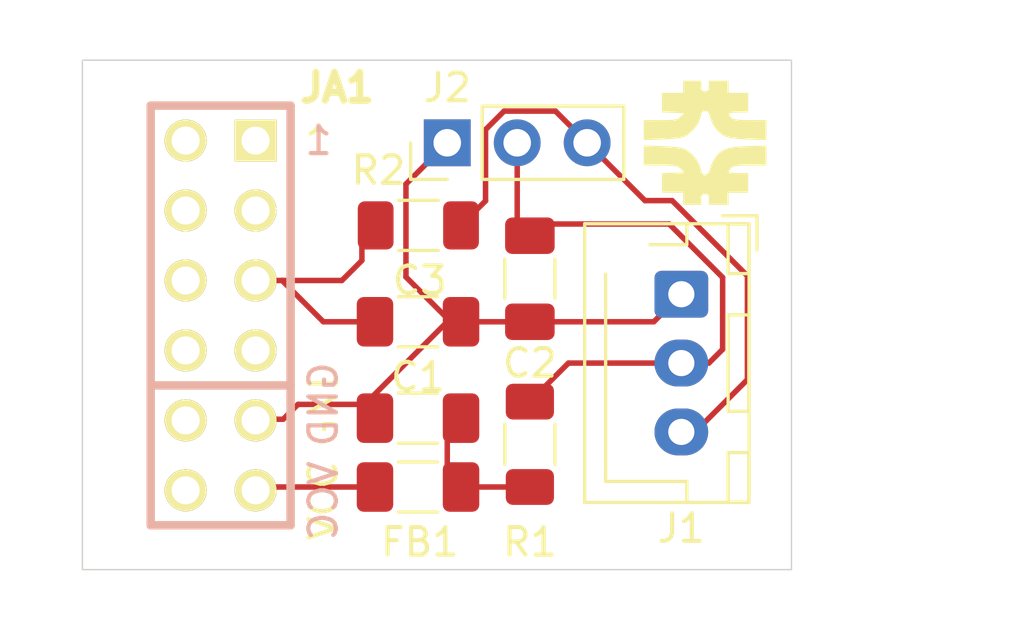
<source format=kicad_pcb>
(kicad_pcb (version 20240108) (generator "pcbnew") (generator_version "8.0")
  (layers (0 "F.Cu" signal) (31 "B.Cu" signal) (34 "B.Paste" user) (35 "F.Paste" user) (36 "B.SilkS" user "B.Silkscreen") (37 "F.SilkS" user "F.Silkscreen") (38 "B.Mask" user) (39 "F.Mask" user) (44 "Edge.Cuts" user))
  (net 0 "")
  (net 1 "Net-(C1-Pad2)")
  (net 2 "GND")
  (net 3 "Net-(J1-Pin_3)")
  (net 4 "Net-(JA1-Pin_3)")
  (net 5 "Net-(JA1-Pin_6)")
  (net 6 "Net-(J1-Pin_2)")
  (footprint "Connector_PinHeader_2.54mm:PinHeader_1x03_P2.54mm_Vertical" (layer "F.Cu") (at 100 90 90)
    (property "Reference" "J2" (at 2 0 0) (layer "F.SilkS"))
    (property "Value" "Socket for potentiometer leads")
    (fp_line (start -1.33 -1.33) (end 0 -1.33) (stroke (width 0.12)) (layer "F.SilkS"))
    (fp_line (start -1.33 0) (end -1.33 -1.33) (stroke (width 0.12)) (layer "F.SilkS"))
    (fp_line (start 1.33 1.27) (end 1.33 6.41) (stroke (width 0.12)) (layer "F.SilkS"))
    (fp_line (start -1.33 1.27) (end 1.33 1.27) (stroke (width 0.12)) (layer "F.SilkS"))
    (fp_line (start -1.33 1.27) (end -1.33 6.41) (stroke (width 0.12)) (layer "F.SilkS"))
    (fp_line (start -1.33 6.41) (end 1.33 6.41) (stroke (width 0.12)) (layer "F.SilkS"))
    (pad "1" thru_hole rect (at 0 0 90) (size 1.7 1.7) (drill 1) (layers "*.Cu" "*.Mask") (net 2 "GND"))
    (pad "2" thru_hole oval (at 0 2.54 90) (size 1.7 1.7) (drill 1) (layers "*.Cu" "*.Mask") (net 6 "Net-(J1-Pin_2)"))
    (pad "3" thru_hole oval (at 0 5.08 90) (size 1.7 1.7) (drill 1) (layers "*.Cu" "*.Mask") (net 3 "Net-(J1-Pin_3)"))
  )
  (footprint "Capacitor_SMD:C_1206_3216Metric_Pad1.33x1.80mm_HandSolder" (layer "F.Cu") (at 98.9375 96.5)
    (property "Reference" "C3" (at 0.0625 -1.5 0) (layer "F.SilkS"))
    (property "Value" "1 uf")
    (fp_line (start -0.711252 -0.91) (end 0.711252 -0.91) (stroke (width 0.12)) (layer "F.SilkS"))
    (fp_line (start -0.711252 0.91) (end 0.711252 0.91) (stroke (width 0.12)) (layer "F.SilkS"))
    (pad "1" smd roundrect (at -1.5625 0) (size 1.325 1.8) (layers "F.Cu" "F.Paste" "F.Mask") (roundrect_rratio 0.188679) (net 4 "Net-(JA1-Pin_3)"))
    (pad "2" smd roundrect (at 1.5625 0) (size 1.325 1.8) (layers "F.Cu" "F.Paste" "F.Mask") (roundrect_rratio 0.188679) (net 2 "GND"))
  )
  (footprint "LOGO" (layer "F.Cu") (at 109.5 90)
    (property "Reference" "G***" (hide yes))
    (property "Value" "LOGO" (hide yes))
    (fp_poly (pts (xy -0.274891 -2.061689) (xy -0.264622 -1.93156) (xy -0.218411 -1.878288) (xy -0.137445 -1.869264) (xy -0.044496 -1.883641) (xy -0.006445 -1.948337) (xy 0 -2.061689) (xy 0 -2.254113) (xy 0.35736 -2.254113) (xy 0.714719 -2.254113) (xy 0.714719 -2.034199) (xy 0.714719 -1.814286) (xy 1.072078 -1.814286) (xy 1.429438 -1.814286) (xy 1.429438 -1.456927) (xy 1.429438 -1.099567) (xy 1.072078 -1.099567) (xy 0.859857 -1.092821) (xy 0.74799 -1.068277) (xy 0.727461 -1.019478) (xy 0.789253 -0.93997) (xy 0.81526 -0.915664) (xy 0.885103 -0.87292) (xy 0.99545 -0.845421) (xy 1.167614 -0.830346) (xy 1.422908 -0.824874) (xy 1.50249 -0.824676) (xy 2.089178 -0.824676) (xy 2.089178 -0.460679) (xy 2.089178 -0.096683) (xy 1.415693 -0.12051) (xy 1.067845 -0.138716) (xy 0.807497 -0.169925) (xy 0.612342 -0.221372) (xy 0.460076 -0.300294) (xy 0.328392 -0.413926) (xy 0.253566 -0.497508) (xy 0.146376 -0.66494) (xy 0.061493 -0.865118) (xy 0.048066 -0.91182) (xy -0.001607 -1.066709) (xy -0.060778 -1.138698) (xy -0.136945 -1.154546) (xy -0.221918 -1.134617) (xy -0.27027 -1.055673) (xy -0.295774 -0.936067) (xy -0.377334 -0.711328) (xy -0.535174 -0.487298) (xy -0.741315 -0.299622) (xy -0.846581 -0.234295) (xy -0.978421 -0.187808) (xy -1.181363 -0.153831) (xy -1.470263 -0.130364) (xy -1.690584 -0.12051) (xy -2.364069 -0.096683) (xy -2.364069 -0.460679) (xy -2.364069 -0.824676) (xy -1.759307 -0.824676) (xy -1.489898 -0.826501) (xy -1.306981 -0.834631) (xy -1.187117 -0.853045) (xy -1.106864 -0.885725) (xy -1.042785 -0.93665) (xy -1.030844 -0.948377) (xy -0.907142 -1.072078) (xy -1.305735 -1.088231) (xy -1.704329 -1.104384) (xy -1.704329 -1.459335) (xy -1.704329 -1.814286) (xy -1.31948 -1.814286) (xy -0.934632 -1.814286) (xy -0.934632 -2.034199) (xy -0.934632 -2.254113) (xy -0.604761 -2.254113) (xy -0.274891 -2.254113)) (fill solid) (layer "F.SilkS"))
    (fp_poly (pts (xy 2.089178 0.460679) (xy 2.089178 0.824675) (xy 1.492937 0.824675) (xy 1.22062 0.827229) (xy 1.03625 0.837028) (xy 0.917892 0.857284) (xy 0.843608 0.891204) (xy 0.805708 0.925216) (xy 0.735743 1.015903) (xy 0.714719 1.062662) (xy 0.764873 1.081458) (xy 0.896096 1.09475) (xy 1.072078 1.099567) (xy 1.429438 1.099567) (xy 1.429438 1.456926) (xy 1.429438 1.814285) (xy 1.072078 1.814285) (xy 0.714719 1.814285) (xy 0.714719 2.034199) (xy 0.714719 2.254112) (xy 0.35736 2.254112) (xy 0 2.254112) (xy 0 2.061688) (xy -0.010269 1.931559) (xy -0.05648 1.878287) (xy -0.137445 1.869264) (xy -0.230394 1.88364) (xy -0.268446 1.948336) (xy -0.274891 2.061688) (xy -0.274891 2.254112) (xy -0.604761 2.254112) (xy -0.934632 2.254112) (xy -0.934632 2.034199) (xy -0.934632 1.814285) (xy -1.31948 1.814285) (xy -1.704329 1.814285) (xy -1.704329 1.459335) (xy -1.704329 1.104384) (xy -1.305735 1.088231) (xy -0.907142 1.072078) (xy -1.030844 0.948376) (xy -1.094501 0.893643) (xy -1.169999 0.857892) (xy -1.280777 0.83714) (xy -1.450275 0.82741) (xy -1.701933 0.824719) (xy -1.759307 0.824675) (xy -2.364069 0.824675) (xy -2.364069 0.460679) (xy -2.364069 0.096683) (xy -1.690584 0.12051) (xy -1.343094 0.138643) (xy -1.090461 0.166086) (xy -0.917826 0.20484) (xy -0.846581 0.234295) (xy -0.627435 0.392679) (xy -0.443484 0.604117) (xy -0.322707 0.832962) (xy -0.295774 0.936066) (xy -0.261411 1.080291) (xy -0.206569 1.143297) (xy -0.136945 1.154545) (xy -0.052622 1.133638) (xy 0.00437 1.053226) (xy 0.048066 0.91182) (xy 0.121342 0.715412) (xy 0.22646 0.532524) (xy 0.253566 0.497507) (xy 0.383509 0.360717) (xy 0.521249 0.262785) (xy 0.689091 0.196474) (xy 0.909342 0.15455) (xy 1.204307 0.129776) (xy 1.415693 0.12051) (xy 2.089178 0.096683)) (fill solid) (layer "F.SilkS"))
  )
  (footprint "pmod-conn_6x2:pmod_pin_array_6x2" (layer "F.Cu") (at 91.77 96.27)
    (property "Reference" "JA1" (at 4.23 -8.27 0) (layer "F.SilkS") (effects (font (size 1.016 1.016) (thickness 0.254))))
    (property "Value" "PMOD pins to Zybo JA" (hide yes))
    (fp_line (start -2.54 -7.62) (end -2.54 7.62) (stroke (width 0.3048)) (layer "B.SilkS"))
    (fp_line (start -2.54 7.62) (end 2.54 7.62) (stroke (width 0.3048)) (layer "B.SilkS"))
    (fp_line (start 2.54 -7.62) (end -2.54 -7.62) (stroke (width 0.3048)) (layer "B.SilkS"))
    (fp_line (start 2.54 2.54) (end -2.54 2.54) (stroke (width 0.3048)) (layer "B.SilkS"))
    (fp_line (start 2.54 7.62) (end 2.54 -7.62) (stroke (width 0.3048)) (layer "B.SilkS"))
    (fp_line (start -2.54 -7.62) (end -2.54 7.62) (stroke (width 0.3048)) (layer "F.SilkS"))
    (fp_line (start -2.54 7.62) (end 2.54 7.62) (stroke (width 0.3048)) (layer "F.SilkS"))
    (fp_line (start 2.54 -7.62) (end -2.54 -7.62) (stroke (width 0.3048)) (layer "F.SilkS"))
    (fp_line (start 2.54 2.54) (end -2.54 2.54) (stroke (width 0.3048)) (layer "F.SilkS"))
    (fp_line (start 2.54 7.62) (end 2.54 -7.62) (stroke (width 0.3048)) (layer "F.SilkS"))
    (fp_text user "GND" (at 3.73 3.23 -90) (layer "B.SilkS") (effects (justify mirror)))
    (fp_text user "VCC" (at 3.73 6.73 -90) (layer "B.SilkS") (effects (justify mirror)))
    (fp_text user "1" (at 3.556 -6.35 0) (layer "B.SilkS") (effects (justify mirror)))
    (fp_text user "GND" (at 3.73 3.23 -90) (layer "F.SilkS"))
    (fp_text user "VCC" (at 3.73 6.73 -90) (layer "F.SilkS"))
    (fp_text user "1" (at 3.556 -6.35 0) (layer "F.SilkS"))
    (pad "1" thru_hole rect (at 1.27 -6.35) (size 1.524 1.524) (drill 1.016) (layers "*.Cu" "*.Mask" "F.SilkS"))
    (pad "2" thru_hole circle (at 1.27 -3.81 270) (size 1.524 1.524) (drill 1.016) (layers "*.Cu" "*.Mask" "F.SilkS"))
    (pad "3" thru_hole circle (at 1.27 -1.27 270) (size 1.524 1.524) (drill 1.016) (layers "*.Cu" "*.Mask" "F.SilkS") (net 4 "Net-(JA1-Pin_3)"))
    (pad "4" thru_hole circle (at 1.27 1.27 270) (size 1.524 1.524) (drill 1.016) (layers "*.Cu" "*.Mask" "F.SilkS"))
    (pad "5" thru_hole circle (at 1.27 3.81 270) (size 1.524 1.524) (drill 1.016) (layers "*.Cu" "*.Mask" "F.SilkS") (net 2 "GND"))
    (pad "6" thru_hole circle (at 1.27 6.35 270) (size 1.524 1.524) (drill 1.016) (layers "*.Cu" "*.Mask" "F.SilkS") (net 5 "Net-(JA1-Pin_6)"))
    (pad "7" thru_hole circle (at -1.27 -6.35 270) (size 1.524 1.524) (drill 1.016) (layers "*.Cu" "*.Mask" "F.SilkS"))
    (pad "8" thru_hole circle (at -1.27 -3.81 270) (size 1.524 1.524) (drill 1.016) (layers "*.Cu" "*.Mask" "F.SilkS"))
    (pad "9" thru_hole circle (at -1.27 -1.27 270) (size 1.524 1.524) (drill 1.016) (layers "*.Cu" "*.Mask" "F.SilkS"))
    (pad "10" thru_hole circle (at -1.27 1.27 270) (size 1.524 1.524) (drill 1.016) (layers "*.Cu" "*.Mask" "F.SilkS"))
    (pad "11" thru_hole circle (at -1.27 3.81 270) (size 1.524 1.524) (drill 1.016) (layers "*.Cu" "*.Mask" "F.SilkS"))
    (pad "12" thru_hole circle (at -1.27 6.35 270) (size 1.524 1.524) (drill 1.016) (layers "*.Cu" "*.Mask" "F.SilkS"))
  )
  (footprint "Capacitor_SMD:C_1206_3216Metric_Pad1.33x1.80mm_HandSolder" (layer "F.Cu") (at 103 94.9375 90)
    (property "Reference" "C2" (at -3.0625 0 0) (layer "F.SilkS"))
    (property "Value" "4.7 uf" (hide yes))
    (fp_line (start -0.711252 -0.91) (end 0.711252 -0.91) (stroke (width 0.12)) (layer "F.SilkS"))
    (fp_line (start -0.711252 0.91) (end 0.711252 0.91) (stroke (width 0.12)) (layer "F.SilkS"))
    (pad "1" smd roundrect (at -1.5625 0 90) (size 1.325 1.8) (layers "F.Cu" "F.Paste" "F.Mask") (roundrect_rratio 0.188679) (net 2 "GND"))
    (pad "2" smd roundrect (at 1.5625 0 90) (size 1.325 1.8) (layers "F.Cu" "F.Paste" "F.Mask") (roundrect_rratio 0.188679) (net 6 "Net-(J1-Pin_2)"))
  )
  (footprint "Resistor_SMD:R_1206_3216Metric_Pad1.30x1.75mm_HandSolder" (layer "F.Cu") (at 98.95 93 180)
    (property "Reference" "R2" (at 1.45 2 0) (layer "F.SilkS"))
    (property "Value" "100R")
    (fp_line (start -0.727064 0.91) (end 0.727064 0.91) (stroke (width 0.12)) (layer "F.SilkS"))
    (fp_line (start -0.727064 -0.91) (end 0.727064 -0.91) (stroke (width 0.12)) (layer "F.SilkS"))
    (pad "1" smd roundrect (at -1.55 0 180) (size 1.3 1.75) (layers "F.Cu" "F.Paste" "F.Mask") (roundrect_rratio 0.192308) (net 3 "Net-(J1-Pin_3)"))
    (pad "2" smd roundrect (at 1.55 0 180) (size 1.3 1.75) (layers "F.Cu" "F.Paste" "F.Mask") (roundrect_rratio 0.192308) (net 4 "Net-(JA1-Pin_3)"))
  )
  (footprint "Connector_JST:JST_XH_B3B-XH-AM_1x03_P2.50mm_Vertical" (layer "F.Cu") (at 108.5 95.5 -90)
    (property "Reference" "J1" (at 8.5 0 0) (layer "F.SilkS"))
    (property "Value" "Socket for JST XH")
    (fp_line (start -2.56 3.51) (end 7.56 3.51) (stroke (width 0.12)) (layer "F.SilkS"))
    (fp_line (start 7.56 3.51) (end 7.56 -2.46) (stroke (width 0.12)) (layer "F.SilkS"))
    (fp_line (start 2.5 2.75) (end -0.74 2.75) (stroke (width 0.12)) (layer "F.SilkS"))
    (fp_line (start 6.8 2.75) (end 2.5 2.75) (stroke (width 0.12)) (layer "F.SilkS"))
    (fp_line (start -2.55 -0.2) (end -1.8 -0.2) (stroke (width 0.12)) (layer "F.SilkS"))
    (fp_line (start -1.8 -0.2) (end -1.8 1.14) (stroke (width 0.12)) (layer "F.SilkS"))
    (fp_line (start 6.8 -0.2) (end 6.8 2.75) (stroke (width 0.12)) (layer "F.SilkS"))
    (fp_line (start 7.55 -0.2) (end 6.8 -0.2) (stroke (width 0.12)) (layer "F.SilkS"))
    (fp_line (start -2.55 -1.7) (end -0.75 -1.7) (stroke (width 0.12)) (layer "F.SilkS"))
    (fp_line (start -0.75 -1.7) (end -0.75 -2.45) (stroke (width 0.12)) (layer "F.SilkS"))
    (fp_line (start 0.75 -1.7) (end 4.25 -1.7) (stroke (width 0.12)) (layer "F.SilkS"))
    (fp_line (start 4.25 -1.7) (end 4.25 -2.45) (stroke (width 0.12)) (layer "F.SilkS"))
    (fp_line (start 5.75 -1.7) (end 7.55 -1.7) (stroke (width 0.12)) (layer "F.SilkS"))
    (fp_line (start 7.55 -1.7) (end 7.55 -2.45) (stroke (width 0.12)) (layer "F.SilkS"))
    (fp_line (start -2.55 -2.45) (end -2.55 -1.7) (stroke (width 0.12)) (layer "F.SilkS"))
    (fp_line (start -0.75 -2.45) (end -2.55 -2.45) (stroke (width 0.12)) (layer "F.SilkS"))
    (fp_line (start 0.75 -2.45) (end 0.75 -1.7) (stroke (width 0.12)) (layer "F.SilkS"))
    (fp_line (start 4.25 -2.45) (end 0.75 -2.45) (stroke (width 0.12)) (layer "F.SilkS"))
    (fp_line (start 5.75 -2.45) (end 5.75 -1.7) (stroke (width 0.12)) (layer "F.SilkS"))
    (fp_line (start 7.55 -2.45) (end 5.75 -2.45) (stroke (width 0.12)) (layer "F.SilkS"))
    (fp_line (start -2.56 -2.46) (end -2.56 3.51) (stroke (width 0.12)) (layer "F.SilkS"))
    (fp_line (start 7.56 -2.46) (end -2.56 -2.46) (stroke (width 0.12)) (layer "F.SilkS"))
    (fp_line (start -2.85 -2.75) (end -2.85 -1.5) (stroke (width 0.12)) (layer "F.SilkS"))
    (fp_line (start -1.6 -2.75) (end -2.85 -2.75) (stroke (width 0.12)) (layer "F.SilkS"))
    (pad "" np_thru_hole circle (at -1.6 2 270) (size 1.2 1.2) (drill 1.2) (layers "*.Cu" "*.Mask"))
    (pad "1" thru_hole roundrect (at 0 0 270) (size 1.7 1.95) (drill 0.95) (layers "*.Cu" "*.Mask") (roundrect_rratio 0.147059) (net 2 "GND"))
    (pad "2" thru_hole oval (at 2.5 0 270) (size 1.7 1.95) (drill 0.95) (layers "*.Cu" "*.Mask") (net 6 "Net-(J1-Pin_2)"))
    (pad "3" thru_hole oval (at 5 0 270) (size 1.7 1.95) (drill 0.95) (layers "*.Cu" "*.Mask") (net 3 "Net-(J1-Pin_3)"))
  )
  (footprint "Capacitor_SMD:C_1206_3216Metric_Pad1.33x1.80mm_HandSolder" (layer "F.Cu") (at 98.9375 100)
    (property "Reference" "C1" (at 0 -1.5 0) (layer "F.SilkS"))
    (property "Value" "20 uf")
    (fp_line (start -0.711252 -0.91) (end 0.711252 -0.91) (stroke (width 0.12)) (layer "F.SilkS"))
    (fp_line (start -0.711252 0.91) (end 0.711252 0.91) (stroke (width 0.12)) (layer "F.SilkS"))
    (pad "1" smd roundrect (at -1.5625 0) (size 1.325 1.8) (layers "F.Cu" "F.Paste" "F.Mask") (roundrect_rratio 0.188679) (net 2 "GND"))
    (pad "2" smd roundrect (at 1.5625 0) (size 1.325 1.8) (layers "F.Cu" "F.Paste" "F.Mask") (roundrect_rratio 0.188679) (net 1 "Net-(C1-Pad2)"))
  )
  (footprint "Capacitor_SMD:C_1206_3216Metric_Pad1.33x1.80mm_HandSolder" (layer "F.Cu") (at 98.9375 102.5)
    (property "Reference" "FB1" (hide yes))
    (property "Value" "Ferrite Bead")
    (fp_line (start -0.711252 -0.91) (end 0.711252 -0.91) (stroke (width 0.12)) (layer "F.SilkS"))
    (fp_line (start -0.711252 0.91) (end 0.711252 0.91) (stroke (width 0.12)) (layer "F.SilkS"))
    (pad "1" smd roundrect (at -1.5625 0) (size 1.325 1.8) (layers "F.Cu" "F.Paste" "F.Mask") (roundrect_rratio 0.188679) (net 5 "Net-(JA1-Pin_6)"))
    (pad "2" smd roundrect (at 1.5625 0) (size 1.325 1.8) (layers "F.Cu" "F.Paste" "F.Mask") (roundrect_rratio 0.188679) (net 1 "Net-(C1-Pad2)"))
  )
  (footprint "Resistor_SMD:R_1206_3216Metric_Pad1.30x1.75mm_HandSolder" (layer "F.Cu") (at 103 100.95 -90)
    (property "Reference" "R1" (hide yes))
    (property "Value" "12K" (hide yes))
    (fp_line (start -0.727064 0.91) (end 0.727064 0.91) (stroke (width 0.12)) (layer "F.SilkS"))
    (fp_line (start -0.727064 -0.91) (end 0.727064 -0.91) (stroke (width 0.12)) (layer "F.SilkS"))
    (pad "1" smd roundrect (at -1.55 0 270) (size 1.3 1.75) (layers "F.Cu" "F.Paste" "F.Mask") (roundrect_rratio 0.192308) (net 6 "Net-(J1-Pin_2)"))
    (pad "2" smd roundrect (at 1.55 0 270) (size 1.3 1.75) (layers "F.Cu" "F.Paste" "F.Mask") (roundrect_rratio 0.192308) (net 1 "Net-(C1-Pad2)"))
  )
  (gr_rect (start 86.75 87) (end 112.5 105.5) (stroke (width 0.05)) (fill none) (layer "Edge.Cuts"))
  (gr_text "R1" (at 103 104.5 0) (layer "F.SilkS") (effects (font (size 1 1))))
  (gr_text "FB1" (at 99 104.5 0) (layer "F.SilkS") (effects (font (size 1 1))))
  (segment (start 100 102.5) (end 100 99.625) (width 0.2) (layer "F.Cu") (net 1))
  (segment (start 100 99.625) (end 100.125 99.5) (width 0.2) (layer "F.Cu") (net 1))
  (segment (start 103 102.5) (end 100 102.5) (width 0.2) (layer "F.Cu") (net 1))
  (segment (start 100.125 96.5) (end 100 96.5) (width 0.2) (layer "F.Cu") (net 2))
  (segment (start 100 96.5) (end 97 99.5) (width 0.2) (layer "F.Cu") (net 2))
  (segment (start 98.5 91.5) (end 98.5 94.875) (width 0.2) (layer "F.Cu") (net 2))
  (segment (start 103 96.5) (end 107.5 96.5) (width 0.2) (layer "F.Cu") (net 2))
  (segment (start 100 90) (end 98.5 91.5) (width 0.2) (layer "F.Cu") (net 2))
  (segment (start 97 99.5) (end 94.58 99.5) (width 0.2) (layer "F.Cu") (net 2))
  (segment (start 94.58 99.5) (end 94.04 100.04) (width 0.2) (layer "F.Cu") (net 2))
  (segment (start 94.04 100.04) (end 93.08 100.04) (width 0.2) (layer "F.Cu") (net 2))
  (segment (start 100.125 96.5) (end 103 96.5) (width 0.2) (layer "F.Cu") (net 2))
  (segment (start 98.5 94.875) (end 100.125 96.5) (width 0.2) (layer "F.Cu") (net 2))
  (segment (start 93.08 100.04) (end 93.04 100.08) (width 0.2) (layer "F.Cu") (net 2))
  (segment (start 107.5 96.5) (end 108.5 95.5) (width 0.2) (layer "F.Cu") (net 2))
  (segment (start 101.39 92.11) (end 100.5 93) (width 0.2) (layer "F.Cu") (net 3))
  (segment (start 101.39 89.523654) (end 101.39 92.11) (width 0.2) (layer "F.Cu") (net 3))
  (segment (start 110.9 98.6) (end 110.9 94.834314) (width 0.2) (layer "F.Cu") (net 3))
  (segment (start 108.5 100.5) (end 109 100.5) (width 0.2) (layer "F.Cu") (net 3))
  (segment (start 102.063654 88.85) (end 101.39 89.523654) (width 0.2) (layer "F.Cu") (net 3))
  (segment (start 107.18 92.1) (end 108.165686 92.1) (width 0.2) (layer "F.Cu") (net 3))
  (segment (start 100 92.54) (end 100 93) (width 0.2) (layer "F.Cu") (net 3))
  (segment (start 109 100.5) (end 110.9 98.6) (width 0.2) (layer "F.Cu") (net 3))
  (segment (start 110.9 94.834314) (end 108.165686 92.1) (width 0.2) (layer "F.Cu") (net 3))
  (segment (start 103.93 88.85) (end 102.063654 88.85) (width 0.2) (layer "F.Cu") (net 3))
  (segment (start 105.08 90) (end 103.93 88.85) (width 0.2) (layer "F.Cu") (net 3))
  (segment (start 105.08 90) (end 107.18 92.1) (width 0.2) (layer "F.Cu") (net 3))
  (segment (start 96.9 94.274999) (end 96.174999 95) (width 0.2) (layer "F.Cu") (net 4))
  (segment (start 95.5 96.5) (end 94 95) (width 0.2) (layer "F.Cu") (net 4))
  (segment (start 96.9 93) (end 96.9 94.274999) (width 0.2) (layer "F.Cu") (net 4))
  (segment (start 96.174999 95) (end 94 95) (width 0.2) (layer "F.Cu") (net 4))
  (segment (start 97 96.5) (end 95.5 96.5) (width 0.2) (layer "F.Cu") (net 4))
  (segment (start 94 95) (end 93.04 95) (width 0.2) (layer "F.Cu") (net 4))
  (segment (start 97.375 102.5) (end 93.16 102.5) (width 0.2) (layer "F.Cu") (net 5))
  (segment (start 93.16 102.5) (end 93.04 102.62) (width 0.2) (layer "F.Cu") (net 5))
  (segment (start 102.54 92.915) (end 103 93.375) (width 0.2) (layer "F.Cu") (net 6))
  (segment (start 110 97.5) (end 110 94.890256) (width 0.2) (layer "F.Cu") (net 6))
  (segment (start 102.54 90) (end 102.54 92.915) (width 0.2) (layer "F.Cu") (net 6))
  (segment (start 104.4 98) (end 108.5 98) (width 0.2) (layer "F.Cu") (net 6))
  (segment (start 110 97.5) (end 109.5 98) (width 0.2) (layer "F.Cu") (net 6))
  (segment (start 109.5 98) (end 108.5 98) (width 0.2) (layer "F.Cu") (net 6))
  (segment (start 103.425 92.95) (end 103 93.375) (width 0.2) (layer "F.Cu") (net 6))
  (segment (start 103 99.4) (end 104.4 98) (width 0.2) (layer "F.Cu") (net 6))
  (segment (start 108.059744 92.95) (end 103.425 92.95) (width 0.2) (layer "F.Cu") (net 6))
  (segment (start 110 94.890256) (end 108.059744 92.95) (width 0.2) (layer "F.Cu") (net 6))
)
</source>
